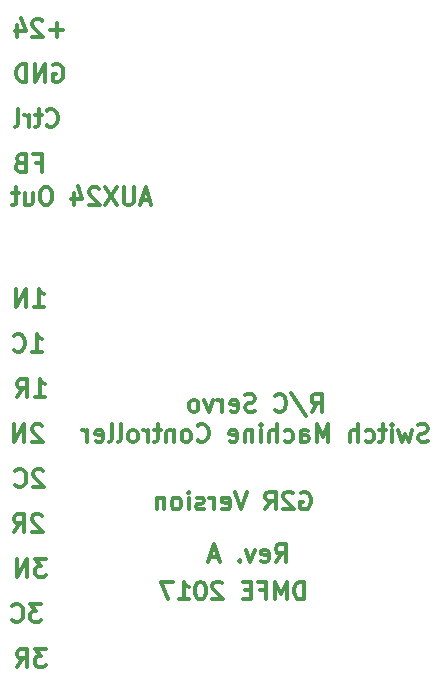
<source format=gbo>
G04 #@! TF.GenerationSoftware,KiCad,Pcbnew,(2017-08-02 revision 9760937)-master*
G04 #@! TF.CreationDate,2017-09-16T10:46:18-07:00*
G04 #@! TF.ProjectId,RCSMCtrl,5243534D4374726C2E6B696361645F70,NC*
G04 #@! TF.SameCoordinates,Original*
G04 #@! TF.FileFunction,Legend,Bot*
G04 #@! TF.FilePolarity,Positive*
%FSLAX46Y46*%
G04 Gerber Fmt 4.6, Leading zero omitted, Abs format (unit mm)*
G04 Created by KiCad (PCBNEW (2017-08-02 revision 9760937)-master) date Saturday, September 16, 2017 'AMt' 10:46:18 AM*
%MOMM*%
%LPD*%
G01*
G04 APERTURE LIST*
%ADD10C,0.300000*%
G04 APERTURE END LIST*
D10*
X128269285Y-90690000D02*
X128412142Y-90618571D01*
X128626428Y-90618571D01*
X128840714Y-90690000D01*
X128983571Y-90832857D01*
X129055000Y-90975714D01*
X129126428Y-91261428D01*
X129126428Y-91475714D01*
X129055000Y-91761428D01*
X128983571Y-91904285D01*
X128840714Y-92047142D01*
X128626428Y-92118571D01*
X128483571Y-92118571D01*
X128269285Y-92047142D01*
X128197857Y-91975714D01*
X128197857Y-91475714D01*
X128483571Y-91475714D01*
X127626428Y-90761428D02*
X127555000Y-90690000D01*
X127412142Y-90618571D01*
X127055000Y-90618571D01*
X126912142Y-90690000D01*
X126840714Y-90761428D01*
X126769285Y-90904285D01*
X126769285Y-91047142D01*
X126840714Y-91261428D01*
X127697857Y-92118571D01*
X126769285Y-92118571D01*
X125269285Y-92118571D02*
X125769285Y-91404285D01*
X126126428Y-92118571D02*
X126126428Y-90618571D01*
X125555000Y-90618571D01*
X125412142Y-90690000D01*
X125340714Y-90761428D01*
X125269285Y-90904285D01*
X125269285Y-91118571D01*
X125340714Y-91261428D01*
X125412142Y-91332857D01*
X125555000Y-91404285D01*
X126126428Y-91404285D01*
X123697857Y-90618571D02*
X123197857Y-92118571D01*
X122697857Y-90618571D01*
X121626428Y-92047142D02*
X121769285Y-92118571D01*
X122055000Y-92118571D01*
X122197857Y-92047142D01*
X122269285Y-91904285D01*
X122269285Y-91332857D01*
X122197857Y-91190000D01*
X122055000Y-91118571D01*
X121769285Y-91118571D01*
X121626428Y-91190000D01*
X121555000Y-91332857D01*
X121555000Y-91475714D01*
X122269285Y-91618571D01*
X120912142Y-92118571D02*
X120912142Y-91118571D01*
X120912142Y-91404285D02*
X120840714Y-91261428D01*
X120769285Y-91190000D01*
X120626428Y-91118571D01*
X120483571Y-91118571D01*
X120055000Y-92047142D02*
X119912142Y-92118571D01*
X119626428Y-92118571D01*
X119483571Y-92047142D01*
X119412142Y-91904285D01*
X119412142Y-91832857D01*
X119483571Y-91690000D01*
X119626428Y-91618571D01*
X119840714Y-91618571D01*
X119983571Y-91547142D01*
X120055000Y-91404285D01*
X120055000Y-91332857D01*
X119983571Y-91190000D01*
X119840714Y-91118571D01*
X119626428Y-91118571D01*
X119483571Y-91190000D01*
X118769285Y-92118571D02*
X118769285Y-91118571D01*
X118769285Y-90618571D02*
X118840714Y-90690000D01*
X118769285Y-90761428D01*
X118697857Y-90690000D01*
X118769285Y-90618571D01*
X118769285Y-90761428D01*
X117840714Y-92118571D02*
X117983571Y-92047142D01*
X118055000Y-91975714D01*
X118126428Y-91832857D01*
X118126428Y-91404285D01*
X118055000Y-91261428D01*
X117983571Y-91190000D01*
X117840714Y-91118571D01*
X117626428Y-91118571D01*
X117483571Y-91190000D01*
X117412142Y-91261428D01*
X117340714Y-91404285D01*
X117340714Y-91832857D01*
X117412142Y-91975714D01*
X117483571Y-92047142D01*
X117626428Y-92118571D01*
X117840714Y-92118571D01*
X116697857Y-91118571D02*
X116697857Y-92118571D01*
X116697857Y-91261428D02*
X116626428Y-91190000D01*
X116483571Y-91118571D01*
X116269285Y-91118571D01*
X116126428Y-91190000D01*
X116055000Y-91332857D01*
X116055000Y-92118571D01*
X126146428Y-96563571D02*
X126646428Y-95849285D01*
X127003571Y-96563571D02*
X127003571Y-95063571D01*
X126432142Y-95063571D01*
X126289285Y-95135000D01*
X126217857Y-95206428D01*
X126146428Y-95349285D01*
X126146428Y-95563571D01*
X126217857Y-95706428D01*
X126289285Y-95777857D01*
X126432142Y-95849285D01*
X127003571Y-95849285D01*
X124932142Y-96492142D02*
X125075000Y-96563571D01*
X125360714Y-96563571D01*
X125503571Y-96492142D01*
X125575000Y-96349285D01*
X125575000Y-95777857D01*
X125503571Y-95635000D01*
X125360714Y-95563571D01*
X125075000Y-95563571D01*
X124932142Y-95635000D01*
X124860714Y-95777857D01*
X124860714Y-95920714D01*
X125575000Y-96063571D01*
X124360714Y-95563571D02*
X124003571Y-96563571D01*
X123646428Y-95563571D01*
X123075000Y-96420714D02*
X123003571Y-96492142D01*
X123075000Y-96563571D01*
X123146428Y-96492142D01*
X123075000Y-96420714D01*
X123075000Y-96563571D01*
X121289285Y-96135000D02*
X120575000Y-96135000D01*
X121432142Y-96563571D02*
X120932142Y-95063571D01*
X120432142Y-96563571D01*
X128555000Y-99738571D02*
X128555000Y-98238571D01*
X128197857Y-98238571D01*
X127983571Y-98310000D01*
X127840714Y-98452857D01*
X127769285Y-98595714D01*
X127697857Y-98881428D01*
X127697857Y-99095714D01*
X127769285Y-99381428D01*
X127840714Y-99524285D01*
X127983571Y-99667142D01*
X128197857Y-99738571D01*
X128555000Y-99738571D01*
X127055000Y-99738571D02*
X127055000Y-98238571D01*
X126555000Y-99310000D01*
X126055000Y-98238571D01*
X126055000Y-99738571D01*
X124840714Y-98952857D02*
X125340714Y-98952857D01*
X125340714Y-99738571D02*
X125340714Y-98238571D01*
X124626428Y-98238571D01*
X124055000Y-98952857D02*
X123555000Y-98952857D01*
X123340714Y-99738571D02*
X124055000Y-99738571D01*
X124055000Y-98238571D01*
X123340714Y-98238571D01*
X121626428Y-98381428D02*
X121555000Y-98310000D01*
X121412142Y-98238571D01*
X121055000Y-98238571D01*
X120912142Y-98310000D01*
X120840714Y-98381428D01*
X120769285Y-98524285D01*
X120769285Y-98667142D01*
X120840714Y-98881428D01*
X121697857Y-99738571D01*
X120769285Y-99738571D01*
X119840714Y-98238571D02*
X119697857Y-98238571D01*
X119555000Y-98310000D01*
X119483571Y-98381428D01*
X119412142Y-98524285D01*
X119340714Y-98810000D01*
X119340714Y-99167142D01*
X119412142Y-99452857D01*
X119483571Y-99595714D01*
X119555000Y-99667142D01*
X119697857Y-99738571D01*
X119840714Y-99738571D01*
X119983571Y-99667142D01*
X120055000Y-99595714D01*
X120126428Y-99452857D01*
X120197857Y-99167142D01*
X120197857Y-98810000D01*
X120126428Y-98524285D01*
X120055000Y-98381428D01*
X119983571Y-98310000D01*
X119840714Y-98238571D01*
X117912142Y-99738571D02*
X118769285Y-99738571D01*
X118340714Y-99738571D02*
X118340714Y-98238571D01*
X118483571Y-98452857D01*
X118626428Y-98595714D01*
X118769285Y-98667142D01*
X117412142Y-98238571D02*
X116412142Y-98238571D01*
X117055000Y-99738571D01*
X106660000Y-103953571D02*
X105731428Y-103953571D01*
X106231428Y-104525000D01*
X106017142Y-104525000D01*
X105874285Y-104596428D01*
X105802857Y-104667857D01*
X105731428Y-104810714D01*
X105731428Y-105167857D01*
X105802857Y-105310714D01*
X105874285Y-105382142D01*
X106017142Y-105453571D01*
X106445714Y-105453571D01*
X106588571Y-105382142D01*
X106660000Y-105310714D01*
X104231428Y-105453571D02*
X104731428Y-104739285D01*
X105088571Y-105453571D02*
X105088571Y-103953571D01*
X104517142Y-103953571D01*
X104374285Y-104025000D01*
X104302857Y-104096428D01*
X104231428Y-104239285D01*
X104231428Y-104453571D01*
X104302857Y-104596428D01*
X104374285Y-104667857D01*
X104517142Y-104739285D01*
X105088571Y-104739285D01*
X106279000Y-100143571D02*
X105350428Y-100143571D01*
X105850428Y-100715000D01*
X105636142Y-100715000D01*
X105493285Y-100786428D01*
X105421857Y-100857857D01*
X105350428Y-101000714D01*
X105350428Y-101357857D01*
X105421857Y-101500714D01*
X105493285Y-101572142D01*
X105636142Y-101643571D01*
X106064714Y-101643571D01*
X106207571Y-101572142D01*
X106279000Y-101500714D01*
X103850428Y-101500714D02*
X103921857Y-101572142D01*
X104136142Y-101643571D01*
X104279000Y-101643571D01*
X104493285Y-101572142D01*
X104636142Y-101429285D01*
X104707571Y-101286428D01*
X104779000Y-101000714D01*
X104779000Y-100786428D01*
X104707571Y-100500714D01*
X104636142Y-100357857D01*
X104493285Y-100215000D01*
X104279000Y-100143571D01*
X104136142Y-100143571D01*
X103921857Y-100215000D01*
X103850428Y-100286428D01*
X106695714Y-96333571D02*
X105767142Y-96333571D01*
X106267142Y-96905000D01*
X106052857Y-96905000D01*
X105910000Y-96976428D01*
X105838571Y-97047857D01*
X105767142Y-97190714D01*
X105767142Y-97547857D01*
X105838571Y-97690714D01*
X105910000Y-97762142D01*
X106052857Y-97833571D01*
X106481428Y-97833571D01*
X106624285Y-97762142D01*
X106695714Y-97690714D01*
X105124285Y-97833571D02*
X105124285Y-96333571D01*
X104267142Y-97833571D01*
X104267142Y-96333571D01*
X106334571Y-92666428D02*
X106263142Y-92595000D01*
X106120285Y-92523571D01*
X105763142Y-92523571D01*
X105620285Y-92595000D01*
X105548857Y-92666428D01*
X105477428Y-92809285D01*
X105477428Y-92952142D01*
X105548857Y-93166428D01*
X106406000Y-94023571D01*
X105477428Y-94023571D01*
X103977428Y-94023571D02*
X104477428Y-93309285D01*
X104834571Y-94023571D02*
X104834571Y-92523571D01*
X104263142Y-92523571D01*
X104120285Y-92595000D01*
X104048857Y-92666428D01*
X103977428Y-92809285D01*
X103977428Y-93023571D01*
X104048857Y-93166428D01*
X104120285Y-93237857D01*
X104263142Y-93309285D01*
X104834571Y-93309285D01*
X106461571Y-88856428D02*
X106390142Y-88785000D01*
X106247285Y-88713571D01*
X105890142Y-88713571D01*
X105747285Y-88785000D01*
X105675857Y-88856428D01*
X105604428Y-88999285D01*
X105604428Y-89142142D01*
X105675857Y-89356428D01*
X106533000Y-90213571D01*
X105604428Y-90213571D01*
X104104428Y-90070714D02*
X104175857Y-90142142D01*
X104390142Y-90213571D01*
X104533000Y-90213571D01*
X104747285Y-90142142D01*
X104890142Y-89999285D01*
X104961571Y-89856428D01*
X105033000Y-89570714D01*
X105033000Y-89356428D01*
X104961571Y-89070714D01*
X104890142Y-88927857D01*
X104747285Y-88785000D01*
X104533000Y-88713571D01*
X104390142Y-88713571D01*
X104175857Y-88785000D01*
X104104428Y-88856428D01*
X106370285Y-85046428D02*
X106298857Y-84975000D01*
X106156000Y-84903571D01*
X105798857Y-84903571D01*
X105656000Y-84975000D01*
X105584571Y-85046428D01*
X105513142Y-85189285D01*
X105513142Y-85332142D01*
X105584571Y-85546428D01*
X106441714Y-86403571D01*
X105513142Y-86403571D01*
X104870285Y-86403571D02*
X104870285Y-84903571D01*
X104013142Y-86403571D01*
X104013142Y-84903571D01*
X105731428Y-82593571D02*
X106588571Y-82593571D01*
X106160000Y-82593571D02*
X106160000Y-81093571D01*
X106302857Y-81307857D01*
X106445714Y-81450714D01*
X106588571Y-81522142D01*
X104231428Y-82593571D02*
X104731428Y-81879285D01*
X105088571Y-82593571D02*
X105088571Y-81093571D01*
X104517142Y-81093571D01*
X104374285Y-81165000D01*
X104302857Y-81236428D01*
X104231428Y-81379285D01*
X104231428Y-81593571D01*
X104302857Y-81736428D01*
X104374285Y-81807857D01*
X104517142Y-81879285D01*
X105088571Y-81879285D01*
X105477428Y-78783571D02*
X106334571Y-78783571D01*
X105906000Y-78783571D02*
X105906000Y-77283571D01*
X106048857Y-77497857D01*
X106191714Y-77640714D01*
X106334571Y-77712142D01*
X103977428Y-78640714D02*
X104048857Y-78712142D01*
X104263142Y-78783571D01*
X104406000Y-78783571D01*
X104620285Y-78712142D01*
X104763142Y-78569285D01*
X104834571Y-78426428D01*
X104906000Y-78140714D01*
X104906000Y-77926428D01*
X104834571Y-77640714D01*
X104763142Y-77497857D01*
X104620285Y-77355000D01*
X104406000Y-77283571D01*
X104263142Y-77283571D01*
X104048857Y-77355000D01*
X103977428Y-77426428D01*
X105640142Y-74973571D02*
X106497285Y-74973571D01*
X106068714Y-74973571D02*
X106068714Y-73473571D01*
X106211571Y-73687857D01*
X106354428Y-73830714D01*
X106497285Y-73902142D01*
X104997285Y-74973571D02*
X104997285Y-73473571D01*
X104140142Y-74973571D01*
X104140142Y-73473571D01*
X115478000Y-65909000D02*
X114763714Y-65909000D01*
X115620857Y-66337571D02*
X115120857Y-64837571D01*
X114620857Y-66337571D01*
X114120857Y-64837571D02*
X114120857Y-66051857D01*
X114049428Y-66194714D01*
X113978000Y-66266142D01*
X113835142Y-66337571D01*
X113549428Y-66337571D01*
X113406571Y-66266142D01*
X113335142Y-66194714D01*
X113263714Y-66051857D01*
X113263714Y-64837571D01*
X112692285Y-64837571D02*
X111692285Y-66337571D01*
X111692285Y-64837571D02*
X112692285Y-66337571D01*
X111192285Y-64980428D02*
X111120857Y-64909000D01*
X110978000Y-64837571D01*
X110620857Y-64837571D01*
X110478000Y-64909000D01*
X110406571Y-64980428D01*
X110335142Y-65123285D01*
X110335142Y-65266142D01*
X110406571Y-65480428D01*
X111263714Y-66337571D01*
X110335142Y-66337571D01*
X109049428Y-65337571D02*
X109049428Y-66337571D01*
X109406571Y-64766142D02*
X109763714Y-65837571D01*
X108835142Y-65837571D01*
X106835142Y-64837571D02*
X106549428Y-64837571D01*
X106406571Y-64909000D01*
X106263714Y-65051857D01*
X106192285Y-65337571D01*
X106192285Y-65837571D01*
X106263714Y-66123285D01*
X106406571Y-66266142D01*
X106549428Y-66337571D01*
X106835142Y-66337571D01*
X106978000Y-66266142D01*
X107120857Y-66123285D01*
X107192285Y-65837571D01*
X107192285Y-65337571D01*
X107120857Y-65051857D01*
X106978000Y-64909000D01*
X106835142Y-64837571D01*
X104906571Y-65337571D02*
X104906571Y-66337571D01*
X105549428Y-65337571D02*
X105549428Y-66123285D01*
X105478000Y-66266142D01*
X105335142Y-66337571D01*
X105120857Y-66337571D01*
X104978000Y-66266142D01*
X104906571Y-66194714D01*
X104406571Y-65337571D02*
X103835142Y-65337571D01*
X104192285Y-64837571D02*
X104192285Y-66123285D01*
X104120857Y-66266142D01*
X103978000Y-66337571D01*
X103835142Y-66337571D01*
X105818714Y-62757857D02*
X106318714Y-62757857D01*
X106318714Y-63543571D02*
X106318714Y-62043571D01*
X105604428Y-62043571D01*
X104533000Y-62757857D02*
X104318714Y-62829285D01*
X104247285Y-62900714D01*
X104175857Y-63043571D01*
X104175857Y-63257857D01*
X104247285Y-63400714D01*
X104318714Y-63472142D01*
X104461571Y-63543571D01*
X105033000Y-63543571D01*
X105033000Y-62043571D01*
X104533000Y-62043571D01*
X104390142Y-62115000D01*
X104318714Y-62186428D01*
X104247285Y-62329285D01*
X104247285Y-62472142D01*
X104318714Y-62615000D01*
X104390142Y-62686428D01*
X104533000Y-62757857D01*
X105033000Y-62757857D01*
X106739428Y-59590714D02*
X106810857Y-59662142D01*
X107025142Y-59733571D01*
X107168000Y-59733571D01*
X107382285Y-59662142D01*
X107525142Y-59519285D01*
X107596571Y-59376428D01*
X107668000Y-59090714D01*
X107668000Y-58876428D01*
X107596571Y-58590714D01*
X107525142Y-58447857D01*
X107382285Y-58305000D01*
X107168000Y-58233571D01*
X107025142Y-58233571D01*
X106810857Y-58305000D01*
X106739428Y-58376428D01*
X106310857Y-58733571D02*
X105739428Y-58733571D01*
X106096571Y-58233571D02*
X106096571Y-59519285D01*
X106025142Y-59662142D01*
X105882285Y-59733571D01*
X105739428Y-59733571D01*
X105239428Y-59733571D02*
X105239428Y-58733571D01*
X105239428Y-59019285D02*
X105168000Y-58876428D01*
X105096571Y-58805000D01*
X104953714Y-58733571D01*
X104810857Y-58733571D01*
X104096571Y-59733571D02*
X104239428Y-59662142D01*
X104310857Y-59519285D01*
X104310857Y-58233571D01*
X107314857Y-54495000D02*
X107457714Y-54423571D01*
X107672000Y-54423571D01*
X107886285Y-54495000D01*
X108029142Y-54637857D01*
X108100571Y-54780714D01*
X108172000Y-55066428D01*
X108172000Y-55280714D01*
X108100571Y-55566428D01*
X108029142Y-55709285D01*
X107886285Y-55852142D01*
X107672000Y-55923571D01*
X107529142Y-55923571D01*
X107314857Y-55852142D01*
X107243428Y-55780714D01*
X107243428Y-55280714D01*
X107529142Y-55280714D01*
X106600571Y-55923571D02*
X106600571Y-54423571D01*
X105743428Y-55923571D01*
X105743428Y-54423571D01*
X105029142Y-55923571D02*
X105029142Y-54423571D01*
X104672000Y-54423571D01*
X104457714Y-54495000D01*
X104314857Y-54637857D01*
X104243428Y-54780714D01*
X104172000Y-55066428D01*
X104172000Y-55280714D01*
X104243428Y-55566428D01*
X104314857Y-55709285D01*
X104457714Y-55852142D01*
X104672000Y-55923571D01*
X105029142Y-55923571D01*
X108172000Y-51542142D02*
X107029142Y-51542142D01*
X107600571Y-52113571D02*
X107600571Y-50970714D01*
X106386285Y-50756428D02*
X106314857Y-50685000D01*
X106172000Y-50613571D01*
X105814857Y-50613571D01*
X105672000Y-50685000D01*
X105600571Y-50756428D01*
X105529142Y-50899285D01*
X105529142Y-51042142D01*
X105600571Y-51256428D01*
X106457714Y-52113571D01*
X105529142Y-52113571D01*
X104243428Y-51113571D02*
X104243428Y-52113571D01*
X104600571Y-50542142D02*
X104957714Y-51613571D01*
X104029142Y-51613571D01*
X129174285Y-83858571D02*
X129674285Y-83144285D01*
X130031428Y-83858571D02*
X130031428Y-82358571D01*
X129460000Y-82358571D01*
X129317142Y-82430000D01*
X129245714Y-82501428D01*
X129174285Y-82644285D01*
X129174285Y-82858571D01*
X129245714Y-83001428D01*
X129317142Y-83072857D01*
X129460000Y-83144285D01*
X130031428Y-83144285D01*
X127460000Y-82287142D02*
X128745714Y-84215714D01*
X126102857Y-83715714D02*
X126174285Y-83787142D01*
X126388571Y-83858571D01*
X126531428Y-83858571D01*
X126745714Y-83787142D01*
X126888571Y-83644285D01*
X126960000Y-83501428D01*
X127031428Y-83215714D01*
X127031428Y-83001428D01*
X126960000Y-82715714D01*
X126888571Y-82572857D01*
X126745714Y-82430000D01*
X126531428Y-82358571D01*
X126388571Y-82358571D01*
X126174285Y-82430000D01*
X126102857Y-82501428D01*
X124388571Y-83787142D02*
X124174285Y-83858571D01*
X123817142Y-83858571D01*
X123674285Y-83787142D01*
X123602857Y-83715714D01*
X123531428Y-83572857D01*
X123531428Y-83430000D01*
X123602857Y-83287142D01*
X123674285Y-83215714D01*
X123817142Y-83144285D01*
X124102857Y-83072857D01*
X124245714Y-83001428D01*
X124317142Y-82930000D01*
X124388571Y-82787142D01*
X124388571Y-82644285D01*
X124317142Y-82501428D01*
X124245714Y-82430000D01*
X124102857Y-82358571D01*
X123745714Y-82358571D01*
X123531428Y-82430000D01*
X122317142Y-83787142D02*
X122460000Y-83858571D01*
X122745714Y-83858571D01*
X122888571Y-83787142D01*
X122960000Y-83644285D01*
X122960000Y-83072857D01*
X122888571Y-82930000D01*
X122745714Y-82858571D01*
X122460000Y-82858571D01*
X122317142Y-82930000D01*
X122245714Y-83072857D01*
X122245714Y-83215714D01*
X122960000Y-83358571D01*
X121602857Y-83858571D02*
X121602857Y-82858571D01*
X121602857Y-83144285D02*
X121531428Y-83001428D01*
X121460000Y-82930000D01*
X121317142Y-82858571D01*
X121174285Y-82858571D01*
X120817142Y-82858571D02*
X120460000Y-83858571D01*
X120102857Y-82858571D01*
X119317142Y-83858571D02*
X119460000Y-83787142D01*
X119531428Y-83715714D01*
X119602857Y-83572857D01*
X119602857Y-83144285D01*
X119531428Y-83001428D01*
X119460000Y-82930000D01*
X119317142Y-82858571D01*
X119102857Y-82858571D01*
X118960000Y-82930000D01*
X118888571Y-83001428D01*
X118817142Y-83144285D01*
X118817142Y-83572857D01*
X118888571Y-83715714D01*
X118960000Y-83787142D01*
X119102857Y-83858571D01*
X119317142Y-83858571D01*
X139031428Y-86337142D02*
X138817142Y-86408571D01*
X138460000Y-86408571D01*
X138317142Y-86337142D01*
X138245714Y-86265714D01*
X138174285Y-86122857D01*
X138174285Y-85980000D01*
X138245714Y-85837142D01*
X138317142Y-85765714D01*
X138460000Y-85694285D01*
X138745714Y-85622857D01*
X138888571Y-85551428D01*
X138960000Y-85480000D01*
X139031428Y-85337142D01*
X139031428Y-85194285D01*
X138960000Y-85051428D01*
X138888571Y-84980000D01*
X138745714Y-84908571D01*
X138388571Y-84908571D01*
X138174285Y-84980000D01*
X137674285Y-85408571D02*
X137388571Y-86408571D01*
X137102857Y-85694285D01*
X136817142Y-86408571D01*
X136531428Y-85408571D01*
X135960000Y-86408571D02*
X135960000Y-85408571D01*
X135960000Y-84908571D02*
X136031428Y-84980000D01*
X135960000Y-85051428D01*
X135888571Y-84980000D01*
X135960000Y-84908571D01*
X135960000Y-85051428D01*
X135460000Y-85408571D02*
X134888571Y-85408571D01*
X135245714Y-84908571D02*
X135245714Y-86194285D01*
X135174285Y-86337142D01*
X135031428Y-86408571D01*
X134888571Y-86408571D01*
X133745714Y-86337142D02*
X133888571Y-86408571D01*
X134174285Y-86408571D01*
X134317142Y-86337142D01*
X134388571Y-86265714D01*
X134460000Y-86122857D01*
X134460000Y-85694285D01*
X134388571Y-85551428D01*
X134317142Y-85480000D01*
X134174285Y-85408571D01*
X133888571Y-85408571D01*
X133745714Y-85480000D01*
X133102857Y-86408571D02*
X133102857Y-84908571D01*
X132460000Y-86408571D02*
X132460000Y-85622857D01*
X132531428Y-85480000D01*
X132674285Y-85408571D01*
X132888571Y-85408571D01*
X133031428Y-85480000D01*
X133102857Y-85551428D01*
X130602857Y-86408571D02*
X130602857Y-84908571D01*
X130102857Y-85980000D01*
X129602857Y-84908571D01*
X129602857Y-86408571D01*
X128245714Y-86408571D02*
X128245714Y-85622857D01*
X128317142Y-85480000D01*
X128460000Y-85408571D01*
X128745714Y-85408571D01*
X128888571Y-85480000D01*
X128245714Y-86337142D02*
X128388571Y-86408571D01*
X128745714Y-86408571D01*
X128888571Y-86337142D01*
X128960000Y-86194285D01*
X128960000Y-86051428D01*
X128888571Y-85908571D01*
X128745714Y-85837142D01*
X128388571Y-85837142D01*
X128245714Y-85765714D01*
X126888571Y-86337142D02*
X127031428Y-86408571D01*
X127317142Y-86408571D01*
X127460000Y-86337142D01*
X127531428Y-86265714D01*
X127602857Y-86122857D01*
X127602857Y-85694285D01*
X127531428Y-85551428D01*
X127460000Y-85480000D01*
X127317142Y-85408571D01*
X127031428Y-85408571D01*
X126888571Y-85480000D01*
X126245714Y-86408571D02*
X126245714Y-84908571D01*
X125602857Y-86408571D02*
X125602857Y-85622857D01*
X125674285Y-85480000D01*
X125817142Y-85408571D01*
X126031428Y-85408571D01*
X126174285Y-85480000D01*
X126245714Y-85551428D01*
X124888571Y-86408571D02*
X124888571Y-85408571D01*
X124888571Y-84908571D02*
X124960000Y-84980000D01*
X124888571Y-85051428D01*
X124817142Y-84980000D01*
X124888571Y-84908571D01*
X124888571Y-85051428D01*
X124174285Y-85408571D02*
X124174285Y-86408571D01*
X124174285Y-85551428D02*
X124102857Y-85480000D01*
X123960000Y-85408571D01*
X123745714Y-85408571D01*
X123602857Y-85480000D01*
X123531428Y-85622857D01*
X123531428Y-86408571D01*
X122245714Y-86337142D02*
X122388571Y-86408571D01*
X122674285Y-86408571D01*
X122817142Y-86337142D01*
X122888571Y-86194285D01*
X122888571Y-85622857D01*
X122817142Y-85480000D01*
X122674285Y-85408571D01*
X122388571Y-85408571D01*
X122245714Y-85480000D01*
X122174285Y-85622857D01*
X122174285Y-85765714D01*
X122888571Y-85908571D01*
X119531428Y-86265714D02*
X119602857Y-86337142D01*
X119817142Y-86408571D01*
X119960000Y-86408571D01*
X120174285Y-86337142D01*
X120317142Y-86194285D01*
X120388571Y-86051428D01*
X120460000Y-85765714D01*
X120460000Y-85551428D01*
X120388571Y-85265714D01*
X120317142Y-85122857D01*
X120174285Y-84980000D01*
X119960000Y-84908571D01*
X119817142Y-84908571D01*
X119602857Y-84980000D01*
X119531428Y-85051428D01*
X118674285Y-86408571D02*
X118817142Y-86337142D01*
X118888571Y-86265714D01*
X118960000Y-86122857D01*
X118960000Y-85694285D01*
X118888571Y-85551428D01*
X118817142Y-85480000D01*
X118674285Y-85408571D01*
X118460000Y-85408571D01*
X118317142Y-85480000D01*
X118245714Y-85551428D01*
X118174285Y-85694285D01*
X118174285Y-86122857D01*
X118245714Y-86265714D01*
X118317142Y-86337142D01*
X118460000Y-86408571D01*
X118674285Y-86408571D01*
X117531428Y-85408571D02*
X117531428Y-86408571D01*
X117531428Y-85551428D02*
X117460000Y-85480000D01*
X117317142Y-85408571D01*
X117102857Y-85408571D01*
X116960000Y-85480000D01*
X116888571Y-85622857D01*
X116888571Y-86408571D01*
X116388571Y-85408571D02*
X115817142Y-85408571D01*
X116174285Y-84908571D02*
X116174285Y-86194285D01*
X116102857Y-86337142D01*
X115960000Y-86408571D01*
X115817142Y-86408571D01*
X115317142Y-86408571D02*
X115317142Y-85408571D01*
X115317142Y-85694285D02*
X115245714Y-85551428D01*
X115174285Y-85480000D01*
X115031428Y-85408571D01*
X114888571Y-85408571D01*
X114174285Y-86408571D02*
X114317142Y-86337142D01*
X114388571Y-86265714D01*
X114460000Y-86122857D01*
X114460000Y-85694285D01*
X114388571Y-85551428D01*
X114317142Y-85480000D01*
X114174285Y-85408571D01*
X113960000Y-85408571D01*
X113817142Y-85480000D01*
X113745714Y-85551428D01*
X113674285Y-85694285D01*
X113674285Y-86122857D01*
X113745714Y-86265714D01*
X113817142Y-86337142D01*
X113960000Y-86408571D01*
X114174285Y-86408571D01*
X112817142Y-86408571D02*
X112960000Y-86337142D01*
X113031428Y-86194285D01*
X113031428Y-84908571D01*
X112031428Y-86408571D02*
X112174285Y-86337142D01*
X112245714Y-86194285D01*
X112245714Y-84908571D01*
X110888571Y-86337142D02*
X111031428Y-86408571D01*
X111317142Y-86408571D01*
X111460000Y-86337142D01*
X111531428Y-86194285D01*
X111531428Y-85622857D01*
X111460000Y-85480000D01*
X111317142Y-85408571D01*
X111031428Y-85408571D01*
X110888571Y-85480000D01*
X110817142Y-85622857D01*
X110817142Y-85765714D01*
X111531428Y-85908571D01*
X110174285Y-86408571D02*
X110174285Y-85408571D01*
X110174285Y-85694285D02*
X110102857Y-85551428D01*
X110031428Y-85480000D01*
X109888571Y-85408571D01*
X109745714Y-85408571D01*
M02*

</source>
